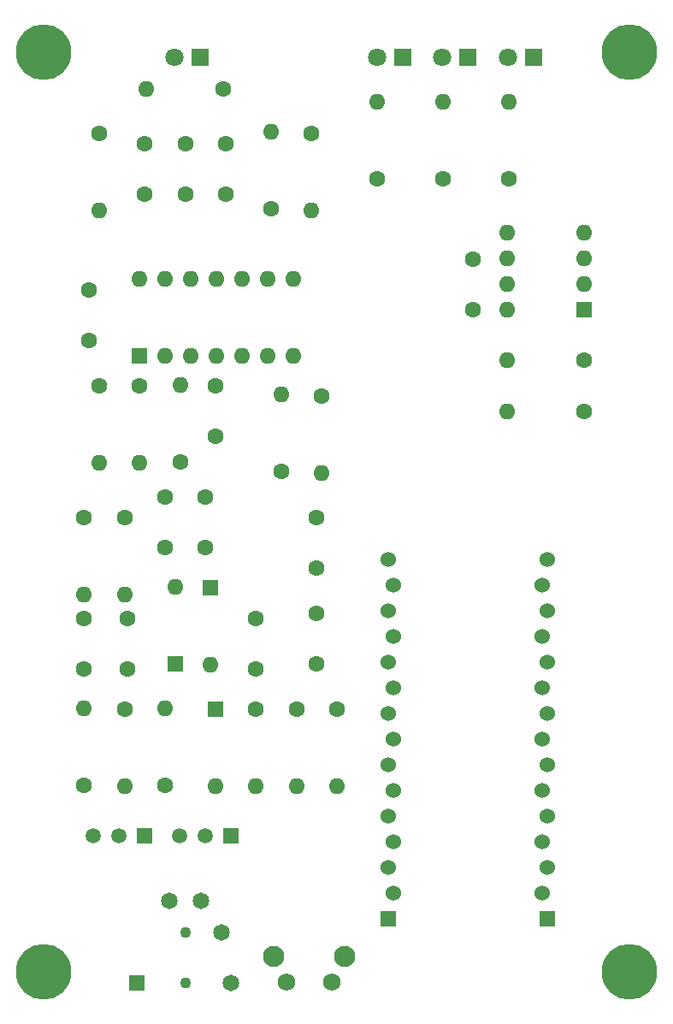
<source format=gbr>
G04 #@! TF.GenerationSoftware,KiCad,Pcbnew,5.1.10-1.fc33*
G04 #@! TF.CreationDate,2021-07-17T23:20:00-05:00*
G04 #@! TF.ProjectId,Nucleo32TNC,4e75636c-656f-4333-9254-4e432e6b6963,C*
G04 #@! TF.SameCoordinates,Original*
G04 #@! TF.FileFunction,Soldermask,Bot*
G04 #@! TF.FilePolarity,Negative*
%FSLAX46Y46*%
G04 Gerber Fmt 4.6, Leading zero omitted, Abs format (unit mm)*
G04 Created by KiCad (PCBNEW 5.1.10-1.fc33) date 2021-07-17 23:20:00*
%MOMM*%
%LPD*%
G01*
G04 APERTURE LIST*
%ADD10C,1.600000*%
%ADD11R,1.500000X1.500000*%
%ADD12C,1.500000*%
%ADD13O,1.600000X1.600000*%
%ADD14R,1.600000X1.600000*%
%ADD15R,1.530000X1.530000*%
%ADD16C,1.530000*%
%ADD17C,1.800000*%
%ADD18R,1.800000X1.800000*%
%ADD19C,2.100000*%
%ADD20C,1.750000*%
%ADD21C,1.650000*%
%ADD22C,1.100000*%
%ADD23R,1.650000X1.650000*%
%ADD24C,5.500000*%
G04 APERTURE END LIST*
D10*
X151000000Y-114500000D03*
X151000000Y-109500000D03*
X151000000Y-100000000D03*
X151000000Y-105000000D03*
X141000000Y-92000000D03*
X141000000Y-87000000D03*
X166500000Y-74500000D03*
X166500000Y-79500000D03*
D11*
X134000000Y-131500000D03*
D12*
X128920000Y-131500000D03*
X131460000Y-131500000D03*
D11*
X142500000Y-131500000D03*
D12*
X137420000Y-131500000D03*
X139960000Y-131500000D03*
D13*
X141000000Y-126620000D03*
D14*
X141000000Y-119000000D03*
D10*
X132250000Y-110000000D03*
X132250000Y-115000000D03*
X145000000Y-115000000D03*
X145000000Y-110000000D03*
D15*
X158130000Y-139715000D03*
D16*
X158630000Y-137175000D03*
X158130000Y-134635000D03*
X158630000Y-132095000D03*
X158130000Y-129555000D03*
X158630000Y-127015000D03*
X158130000Y-124475000D03*
X158630000Y-121935000D03*
X158130000Y-119395000D03*
X158630000Y-116855000D03*
X158130000Y-114315000D03*
X158630000Y-111775000D03*
X158130000Y-109235000D03*
X158630000Y-106695000D03*
X158130000Y-104155000D03*
D15*
X173870000Y-139715000D03*
D16*
X173370000Y-137175000D03*
X173870000Y-134635000D03*
X173370000Y-132095000D03*
X173870000Y-129555000D03*
X173370000Y-127015000D03*
X173870000Y-124475000D03*
X173370000Y-121935000D03*
X173870000Y-119395000D03*
X173370000Y-116855000D03*
X173870000Y-114315000D03*
X173370000Y-111775000D03*
X173870000Y-109235000D03*
X173370000Y-106695000D03*
X173870000Y-104155000D03*
D17*
X156960000Y-54500000D03*
D18*
X159500000Y-54500000D03*
D17*
X163460000Y-54500000D03*
D18*
X166000000Y-54500000D03*
D17*
X169960000Y-54500000D03*
D18*
X172500000Y-54500000D03*
D13*
X134120000Y-57620000D03*
D10*
X141740000Y-57620000D03*
D19*
X153750000Y-143510000D03*
D20*
X152500000Y-146000000D03*
X148000000Y-146000000D03*
D19*
X146740000Y-143510000D03*
D21*
X139600000Y-138000000D03*
D22*
X138000000Y-141100000D03*
X138000000Y-146100000D03*
D21*
X142500000Y-146100000D03*
X136400000Y-138000000D03*
X141600000Y-141100000D03*
D23*
X133200000Y-146100000D03*
D13*
X169880000Y-79500000D03*
X177500000Y-71880000D03*
X169880000Y-76960000D03*
X177500000Y-74420000D03*
X169880000Y-74420000D03*
X177500000Y-76960000D03*
X169880000Y-71880000D03*
D14*
X177500000Y-79500000D03*
D13*
X133500000Y-76380000D03*
X148740000Y-84000000D03*
X136040000Y-76380000D03*
X146200000Y-84000000D03*
X138580000Y-76380000D03*
X143660000Y-84000000D03*
X141120000Y-76380000D03*
X141120000Y-84000000D03*
X143660000Y-76380000D03*
X138580000Y-84000000D03*
X146200000Y-76380000D03*
X136040000Y-84000000D03*
X148740000Y-76380000D03*
D14*
X133500000Y-84000000D03*
D13*
X157000000Y-58880000D03*
D10*
X157000000Y-66500000D03*
D13*
X163500000Y-58880000D03*
D10*
X163500000Y-66500000D03*
D13*
X170000000Y-58880000D03*
D10*
X170000000Y-66500000D03*
D13*
X169880000Y-89500000D03*
D10*
X177500000Y-89500000D03*
D13*
X169880000Y-84500000D03*
D10*
X177500000Y-84500000D03*
D13*
X133500000Y-94620000D03*
D10*
X133500000Y-87000000D03*
D13*
X137500000Y-86880000D03*
D10*
X137500000Y-94500000D03*
D13*
X129500000Y-69620000D03*
D10*
X129500000Y-62000000D03*
D13*
X132000000Y-126620000D03*
D10*
X132000000Y-119000000D03*
D13*
X129500000Y-94620000D03*
D10*
X129500000Y-87000000D03*
D13*
X128000000Y-118880000D03*
D10*
X128000000Y-126500000D03*
D13*
X146500000Y-61880000D03*
D10*
X146500000Y-69500000D03*
D13*
X147500000Y-87880000D03*
D10*
X147500000Y-95500000D03*
D13*
X151500000Y-95620000D03*
D10*
X151500000Y-88000000D03*
D13*
X150500000Y-69620000D03*
D10*
X150500000Y-62000000D03*
D13*
X149000000Y-126620000D03*
D10*
X149000000Y-119000000D03*
D13*
X145000000Y-126620000D03*
D10*
X145000000Y-119000000D03*
D13*
X136000000Y-118880000D03*
D10*
X136000000Y-126500000D03*
D13*
X128000000Y-107620000D03*
D10*
X128000000Y-100000000D03*
D13*
X132000000Y-107620000D03*
D10*
X132000000Y-100000000D03*
D13*
X153000000Y-126620000D03*
D10*
X153000000Y-119000000D03*
D17*
X136960000Y-54500000D03*
D18*
X139500000Y-54500000D03*
D13*
X137000000Y-106880000D03*
D14*
X137000000Y-114500000D03*
D13*
X140500000Y-114620000D03*
D14*
X140500000Y-107000000D03*
D10*
X140000000Y-98000000D03*
X140000000Y-103000000D03*
X134000000Y-63000000D03*
X134000000Y-68000000D03*
X128500000Y-82500000D03*
X128500000Y-77500000D03*
X138000000Y-63000000D03*
X138000000Y-68000000D03*
X136000000Y-98000000D03*
X136000000Y-103000000D03*
X142000000Y-68000000D03*
X142000000Y-63000000D03*
X128000000Y-110000000D03*
X128000000Y-115000000D03*
D24*
X182000000Y-145000000D03*
X182000000Y-54000000D03*
X124000000Y-145000000D03*
X124000000Y-54000000D03*
M02*

</source>
